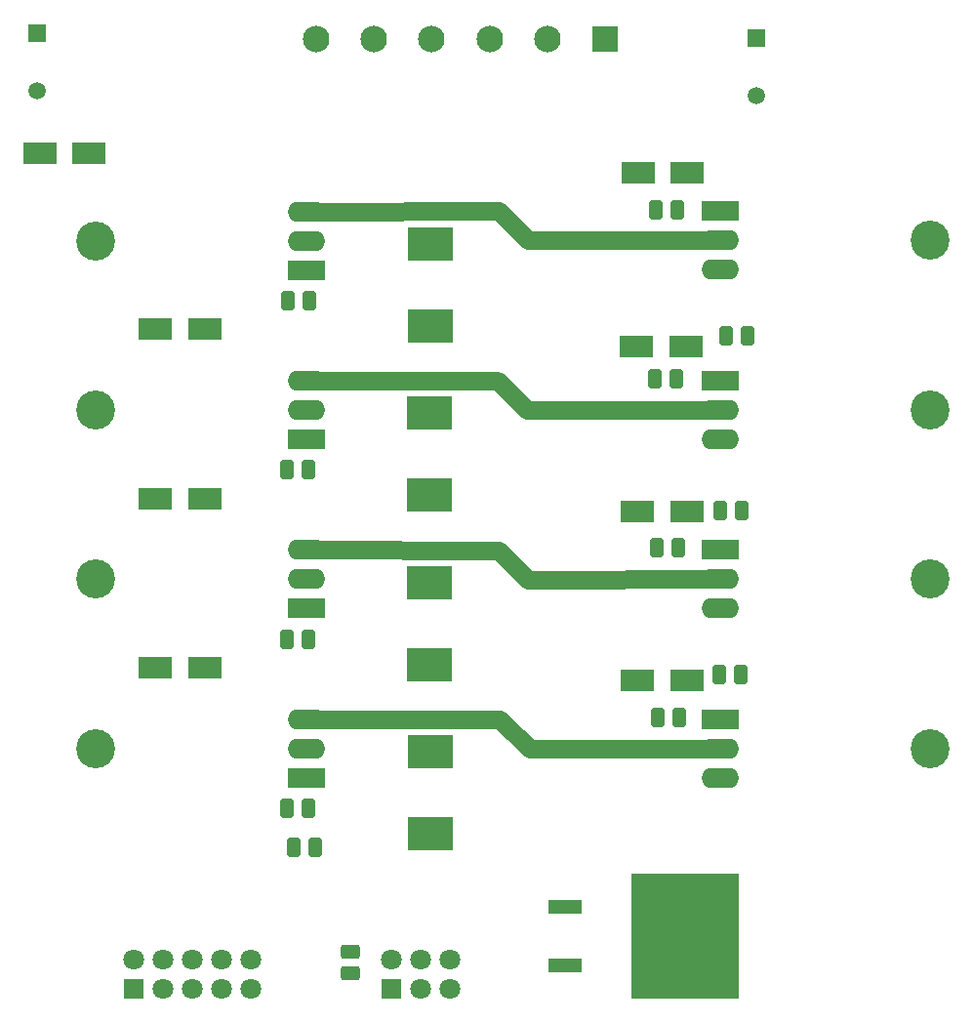
<source format=gbs>
G04*
G04 #@! TF.GenerationSoftware,Altium Limited,Altium Designer,20.0.13 (296)*
G04*
G04 Layer_Color=16711935*
%FSLAX44Y44*%
%MOMM*%
G71*
G01*
G75*
%ADD16C,1.6000*%
%ADD17R,2.8532X1.9532*%
%ADD18R,4.0132X2.9972*%
G04:AMPARAMS|DCode=19|XSize=1.2032mm|YSize=1.6232mm|CornerRadius=0.2266mm|HoleSize=0mm|Usage=FLASHONLY|Rotation=0.000|XOffset=0mm|YOffset=0mm|HoleType=Round|Shape=RoundedRectangle|*
%AMROUNDEDRECTD19*
21,1,1.2032,1.1700,0,0,0.0*
21,1,0.7500,1.6232,0,0,0.0*
1,1,0.4532,0.3750,-0.5850*
1,1,0.4532,-0.3750,-0.5850*
1,1,0.4532,-0.3750,0.5850*
1,1,0.4532,0.3750,0.5850*
%
%ADD19ROUNDEDRECTD19*%
%ADD27R,1.8082X1.8082*%
%ADD28C,1.8082*%
%ADD29R,3.2512X1.7272*%
%ADD30O,3.2512X1.7272*%
%ADD31C,3.3782*%
%ADD32R,2.3032X2.3032*%
%ADD33C,2.3032*%
%ADD34R,1.5200X1.5200*%
%ADD35C,1.5200*%
G04:AMPARAMS|DCode=67|XSize=1.2032mm|YSize=1.6232mm|CornerRadius=0.2266mm|HoleSize=0mm|Usage=FLASHONLY|Rotation=270.000|XOffset=0mm|YOffset=0mm|HoleType=Round|Shape=RoundedRectangle|*
%AMROUNDEDRECTD67*
21,1,1.2032,1.1700,0,0,270.0*
21,1,0.7500,1.6232,0,0,270.0*
1,1,0.4532,-0.5850,-0.3750*
1,1,0.4532,-0.5850,0.3750*
1,1,0.4532,0.5850,0.3750*
1,1,0.4532,0.5850,-0.3750*
%
%ADD67ROUNDEDRECTD67*%
%ADD68R,2.9032X1.3032*%
%ADD69R,9.4032X10.9032*%
D16*
X507150Y694100D02*
X673840D01*
X481749Y719501D02*
X507150Y694100D01*
X314940Y572603D02*
X480647D01*
X481750Y571500D01*
X482250D01*
X506750Y547000D01*
X314940Y278810D02*
X483190D01*
X508751Y253249D01*
X673840Y253410D01*
X314940Y425707D02*
X482250Y425250D01*
X507500Y400000D01*
X673840Y400307D01*
X506750Y547000D02*
X673840Y547203D01*
X315060Y719380D02*
X481749Y719501D01*
D17*
X126750Y770000D02*
D03*
X83750D02*
D03*
X645630Y312180D02*
D03*
X602630D02*
D03*
X645630Y459077D02*
D03*
X602630D02*
D03*
X644750Y602250D02*
D03*
X601750D02*
D03*
X645750Y752750D02*
D03*
X602750D02*
D03*
X184130Y323430D02*
D03*
X227130D02*
D03*
X184130Y470327D02*
D03*
X227130D02*
D03*
X184130Y617223D02*
D03*
X227130D02*
D03*
D18*
X423000Y179315D02*
D03*
Y250685D02*
D03*
X422000Y326065D02*
D03*
Y397435D02*
D03*
Y473565D02*
D03*
Y544935D02*
D03*
X422750Y619815D02*
D03*
Y691185D02*
D03*
D19*
X673150Y317250D02*
D03*
X691850D02*
D03*
X674150Y460000D02*
D03*
X692850D02*
D03*
X679650Y611750D02*
D03*
X698350D02*
D03*
X303900Y167750D02*
D03*
X322600D02*
D03*
X638350Y280750D02*
D03*
X619650D02*
D03*
X637850Y427750D02*
D03*
X619150D02*
D03*
X636100Y574250D02*
D03*
X617400D02*
D03*
X636850Y720750D02*
D03*
X618150D02*
D03*
X298400Y201750D02*
D03*
X317100D02*
D03*
X298150Y348250D02*
D03*
X316850D02*
D03*
X298150Y495500D02*
D03*
X316850D02*
D03*
X299150Y641750D02*
D03*
X317850D02*
D03*
D27*
X165200Y44750D02*
D03*
X389250D02*
D03*
D28*
X165200Y70150D02*
D03*
X190600Y44750D02*
D03*
Y70150D02*
D03*
X216000Y44750D02*
D03*
Y70150D02*
D03*
X241400Y44750D02*
D03*
Y70150D02*
D03*
X266800Y44750D02*
D03*
Y70150D02*
D03*
X440050D02*
D03*
Y44750D02*
D03*
X414650Y70150D02*
D03*
Y44750D02*
D03*
X389250Y70150D02*
D03*
D29*
X314940Y228010D02*
D03*
Y374907D02*
D03*
Y521803D02*
D03*
X315060Y668580D02*
D03*
X673840Y278810D02*
D03*
Y425707D02*
D03*
Y572603D02*
D03*
Y719500D02*
D03*
D30*
X314940Y253410D02*
D03*
Y278810D02*
D03*
Y400307D02*
D03*
Y425707D02*
D03*
Y547203D02*
D03*
Y572603D02*
D03*
X315060Y693980D02*
D03*
Y719380D02*
D03*
X673840Y228010D02*
D03*
Y253410D02*
D03*
Y374907D02*
D03*
Y400307D02*
D03*
Y521803D02*
D03*
Y547203D02*
D03*
Y668700D02*
D03*
Y694100D02*
D03*
D31*
X132440Y253410D02*
D03*
Y400307D02*
D03*
Y547203D02*
D03*
X132560Y693980D02*
D03*
X856340Y253410D02*
D03*
Y400307D02*
D03*
Y547203D02*
D03*
Y694100D02*
D03*
D32*
X574000Y869250D02*
D03*
D33*
X524000D02*
D03*
X474000D02*
D03*
X424000D02*
D03*
X374000D02*
D03*
X324000D02*
D03*
D34*
X705500Y869750D02*
D03*
X81750Y874000D02*
D03*
D35*
X705500Y819750D02*
D03*
X81750Y824000D02*
D03*
D67*
X353500Y77100D02*
D03*
Y58400D02*
D03*
D68*
X539500Y65750D02*
D03*
Y116550D02*
D03*
D69*
X644000Y91150D02*
D03*
M02*

</source>
